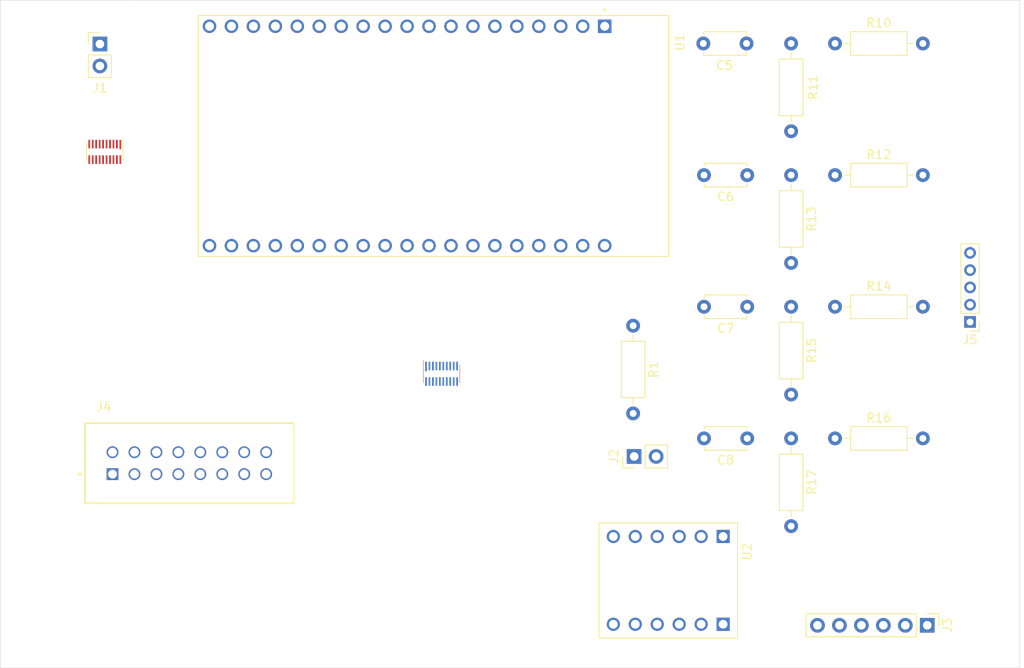
<source format=kicad_pcb>
(kicad_pcb (version 20221018) (generator pcbnew)
  (layers (0 "F.Cu" signal) (31 "B.Cu" signal) (34 "B.Paste" user) (35 "F.Paste" user) (36 "B.SilkS" user "B.Silkscreen") (37 "F.SilkS" user "F.Silkscreen") (38 "B.Mask" user) (39 "F.Mask" user) (44 "Edge.Cuts" user))
  (net 0 "")
  (net 1 "Net-(U1-SENSOR_VP)")
  (net 2 "GND")
  (net 3 "Net-(U1-SENSOR_VN)")
  (net 4 "Net-(U1-IO35)")
  (net 5 "Net-(U1-IO19)")
  (net 6 "+5V")
  (net 7 "Net-(J2-Pin_1)")
  (net 8 "Net-(J3-Pin_2)")
  (net 9 "Net-(J3-Pin_3)")
  (net 10 "Net-(J3-Pin_4)")
  (net 11 "Net-(J3-Pin_5)")
  (net 12 "Net-(J4-OE)")
  (net 13 "Net-(J4-G1)")
  (net 14 "Net-(J4-CLK)")
  (net 15 "Net-(J4-G2)")
  (net 16 "Net-(J4-E)")
  (net 17 "Net-(J4-A)")
  (net 18 "Net-(J4-B)")
  (net 19 "Net-(J4-C)")
  (net 20 "Net-(J4-D)")
  (net 21 "Net-(J4-LAT)")
  (net 22 "+3.3V")
  (net 23 "Net-(J5-Pin_2)")
  (net 24 "Net-(J5-Pin_3)")
  (net 26 "Net-(U1-IO32)")
  (net 27 "Net-(U1-IO33)")
  (net 28 "Net-(U1-IO25)")
  (net 29 "Net-(U1-IO26)")
  (net 30 "Net-(U1-IO27)")
  (net 31 "Net-(U1-IO14)")
  (net 32 "Net-(U1-IO12)")
  (net 33 "Net-(U1-IO13)")
  (net 37 "Net-(U1-IO23)")
  (net 38 "Net-(U1-IO22)")
  (net 41 "Net-(U1-IO21)")
  (net 42 "Net-(U1-IO18)")
  (net 43 "Net-(U1-IO5)")
  (net 44 "Net-(U1-IO17)")
  (net 45 "Net-(U1-IO16)")
  (net 46 "Net-(U1-IO4)")
  (net 48 "Net-(U1-IO2)")
  (net 49 "Net-(U1-IO15)")
  (net 57 "Net-(J4-R1)")
  (net 58 "Net-(J4-B1)")
  (net 59 "Net-(J4-R2)")
  (net 60 "Net-(J4-B2)")
  (net 61 "Net-(J5-Pin_4)")
  (net 62 "Net-(J5-Pin_5)")
  (footprint "Resistor_THT:R_Axial_DIN0207_L6.3mm_D2.5mm_P10.16mm_Horizontal" (layer "F.Cu") (at 121.42 75.03)
    (fp_text reference "R16" (at 5.08 -2.37) (layer "F.SilkS"))
    (fp_text value "47K")
    (fp_line (start 1.04 0) (end 1.81 0) (stroke (width 0.12)) (layer "F.SilkS"))
    (fp_line (start 1.81 -1.37) (end 1.81 1.37) (stroke (width 0.12)) (layer "F.SilkS"))
    (fp_line (start 1.81 1.37) (end 8.35 1.37) (stroke (width 0.12)) (layer "F.SilkS"))
    (fp_line (start 8.35 -1.37) (end 1.81 -1.37) (stroke (width 0.12)) (layer "F.SilkS"))
    (fp_line (start 8.35 1.37) (end 8.35 -1.37) (stroke (width 0.12)) (layer "F.SilkS"))
    (fp_line (start 9.12 0) (end 8.35 0) (stroke (width 0.12)) (layer "F.SilkS"))
    (pad "1" thru_hole circle (at 0 0) (size 1.6 1.6) (drill 0.8) (layers "*.Cu" "*.Mask") (net 5 "Net-(U1-IO19)"))
    (pad "2" thru_hole oval (at 10.16 0) (size 1.6 1.6) (drill 0.8) (layers "*.Cu" "*.Mask") (net 23 "Net-(J5-Pin_2)"))
  )
  (footprint "TSS-108-01-L-D:SAMTEC_TSS-108-01-L-D" (layer "F.Cu") (at 37.83 79.17)
    (fp_text reference "J4" (at -1 -7.79) (layer "F.SilkS"))
    (fp_text value "TSS-108-01-L-D")
    (fp_line (start -3.175 3.365) (end -3.175 -5.905) (stroke (width 0.2)) (layer "F.SilkS"))
    (fp_line (start 20.955 -5.905) (end -3.175 -5.905) (stroke (width 0.2)) (layer "F.SilkS"))
    (fp_line (start 20.955 -5.905) (end 20.955 3.365) (stroke (width 0.2)) (layer "F.SilkS"))
    (fp_line (start 20.955 3.365) (end -3.175 3.365) (stroke (width 0.2)) (layer "F.SilkS"))
    (fp_circle (center -3.825 0) (end -3.725 0) (stroke (width 0.2)) (fill none) (layer "F.SilkS"))
    (pad "01" thru_hole rect (at 0 0) (size 1.37 1.37) (drill 1.02) (layers "*.Cu" "*.Mask") (net 57 "Net-(J4-R1)"))
    (pad "02" thru_hole circle (at 0 -2.54) (size 1.37 1.37) (drill 1.02) (layers "*.Cu" "*.Mask") (net 13 "Net-(J4-G1)"))
    (pad "03" thru_hole circle (at 2.54 0) (size 1.37 1.37) (drill 1.02) (layers "*.Cu" "*.Mask") (net 58 "Net-(J4-B1)"))
    (pad "04" thru_hole circle (at 2.54 -2.54) (size 1.37 1.37) (drill 1.02) (layers "*.Cu" "*.Mask") (net 2 "GND"))
    (pad "05" thru_hole circle (at 5.08 0) (size 1.37 1.37) (drill 1.02) (layers "*.Cu" "*.Mask") (net 59 "Net-(J4-R2)"))
    (pad "06" thru_hole circle (at 5.08 -2.54) (size 1.37 1.37) (drill 1.02) (layers "*.Cu" "*.Mask") (net 15 "Net-(J4-G2)"))
    (pad "07" thru_hole circle (at 7.62 0) (size 1.37 1.37) (drill 1.02) (layers "*.Cu" "*.Mask") (net 60 "Net-(J4-B2)"))
    (pad "08" thru_hole circle (at 7.62 -2.54) (size 1.37 1.37) (drill 1.02) (layers "*.Cu" "*.Mask") (net 16 "Net-(J4-E)"))
    (pad "09" thru_hole circle (at 10.16 0) (size 1.37 1.37) (drill 1.02) (layers "*.Cu" "*.Mask") (net 17 "Net-(J4-A)"))
    (pad "10" thru_hole circle (at 10.16 -2.54) (size 1.37 1.37) (drill 1.02) (layers "*.Cu" "*.Mask") (net 18 "Net-(J4-B)"))
    (pad "11" thru_hole circle (at 12.7 0) (size 1.37 1.37) (drill 1.02) (layers "*.Cu" "*.Mask") (net 19 "Net-(J4-C)"))
    (pad "12" thru_hole circle (at 12.7 -2.54) (size 1.37 1.37) (drill 1.02) (layers "*.Cu" "*.Mask") (net 20 "Net-(J4-D)"))
    (pad "13" thru_hole circle (at 15.24 0) (size 1.37 1.37) (drill 1.02) (layers "*.Cu" "*.Mask") (net 14 "Net-(J4-CLK)"))
    (pad "14" thru_hole circle (at 15.24 -2.54) (size 1.37 1.37) (drill 1.02) (layers "*.Cu" "*.Mask") (net 21 "Net-(J4-LAT)"))
    (pad "15" thru_hole circle (at 17.78 0) (size 1.37 1.37) (drill 1.02) (layers "*.Cu" "*.Mask") (net 12 "Net-(J4-OE)"))
    (pad "16" thru_hole circle (at 17.78 -2.54) (size 1.37 1.37) (drill 1.02) (layers "*.Cu" "*.Mask") (net 2 "GND"))
  )
  (footprint "Connector_PinHeader_2.54mm:PinHeader_1x02_P2.54mm_Vertical" (layer "F.Cu") (at 98.18 77.12 90)
    (fp_text reference "J2" (at 0 -2.33 90) (layer "F.SilkS"))
    (fp_text value "Select Button")
    (fp_line (start -1.33 -1.33) (end 0 -1.33) (stroke (width 0.12)) (layer "F.SilkS"))
    (fp_line (start -1.33 0) (end -1.33 -1.33) (stroke (width 0.12)) (layer "F.SilkS"))
    (fp_line (start -1.33 1.27) (end -1.33 3.87) (stroke (width 0.12)) (layer "F.SilkS"))
    (fp_line (start -1.33 1.27) (end 1.33 1.27) (stroke (width 0.12)) (layer "F.SilkS"))
    (fp_line (start -1.33 3.87) (end 1.33 3.87) (stroke (width 0.12)) (layer "F.SilkS"))
    (fp_line (start 1.33 1.27) (end 1.33 3.87) (stroke (width 0.12)) (layer "F.SilkS"))
    (pad "1" thru_hole rect (at 0 0 90) (size 1.7 1.7) (drill 1) (layers "*.Cu" "*.Mask") (net 7 "Net-(J2-Pin_1)"))
    (pad "2" thru_hole oval (at 0 2.54 90) (size 1.7 1.7) (drill 1) (layers "*.Cu" "*.Mask") (net 2 "GND"))
  )
  (footprint "Connector_PinHeader_2.54mm:PinHeader_1x02_P2.54mm_Vertical" (layer "F.Cu") (at 36.37 29.375)
    (fp_text reference "J1" (at 0 5.08) (layer "F.SilkS"))
    (fp_text value "5V Power In")
    (fp_line (start -1.33 -1.33) (end 0 -1.33) (stroke (width 0.12)) (layer "F.SilkS"))
    (fp_line (start -1.33 0) (end -1.33 -1.33) (stroke (width 0.12)) (layer "F.SilkS"))
    (fp_line (start -1.33 1.27) (end -1.33 3.87) (stroke (width 0.12)) (layer "F.SilkS"))
    (fp_line (start -1.33 1.27) (end 1.33 1.27) (stroke (width 0.12)) (layer "F.SilkS"))
    (fp_line (start -1.33 3.87) (end 1.33 3.87) (stroke (width 0.12)) (layer "F.SilkS"))
    (fp_line (start 1.33 1.27) (end 1.33 3.87) (stroke (width 0.12)) (layer "F.SilkS"))
    (pad "1" thru_hole rect (at 0 0) (size 1.7 1.7) (drill 1) (layers "*.Cu" "*.Mask") (net 2 "GND"))
    (pad "2" thru_hole oval (at 0 2.54) (size 1.7 1.7) (drill 1) (layers "*.Cu" "*.Mask") (net 6 "+5V"))
  )
  (footprint "Connector_PinHeader_2.54mm:PinHeader_1x06_P2.54mm_Vertical" (layer "F.Cu") (at 132.09 96.67 -90)
    (fp_text reference "J3" (at 0 -2.33 90) (layer "F.SilkS"))
    (fp_text value "LCD, Relay, LED Signal")
    (fp_line (start -1.33 -1.33) (end 0 -1.33) (stroke (width 0.12)) (layer "F.SilkS"))
    (fp_line (start -1.33 0) (end -1.33 -1.33) (stroke (width 0.12)) (layer "F.SilkS"))
    (fp_line (start -1.33 1.27) (end -1.33 14.03) (stroke (width 0.12)) (layer "F.SilkS"))
    (fp_line (start -1.33 1.27) (end 1.33 1.27) (stroke (width 0.12)) (layer "F.SilkS"))
    (fp_line (start -1.33 14.03) (end 1.33 14.03) (stroke (width 0.12)) (layer "F.SilkS"))
    (fp_line (start 1.33 1.27) (end 1.33 14.03) (stroke (width 0.12)) (layer "F.SilkS"))
    (pad "1" thru_hole rect (at 0 0 270) (size 1.7 1.7) (drill 1) (layers "*.Cu" "*.Mask") (net 6 "+5V"))
    (pad "2" thru_hole oval (at 0 2.54 270) (size 1.7 1.7) (drill 1) (layers "*.Cu" "*.Mask") (net 8 "Net-(J3-Pin_2)"))
    (pad "3" thru_hole oval (at 0 5.08 270) (size 1.7 1.7) (drill 1) (layers "*.Cu" "*.Mask") (net 9 "Net-(J3-Pin_3)"))
    (pad "4" thru_hole oval (at 0 7.62 270) (size 1.7 1.7) (drill 1) (layers "*.Cu" "*.Mask") (net 10 "Net-(J3-Pin_4)"))
    (pad "5" thru_hole oval (at 0 10.16 270) (size 1.7 1.7) (drill 1) (layers "*.Cu" "*.Mask") (net 11 "Net-(J3-Pin_5)"))
    (pad "6" thru_hole oval (at 0 12.7 270) (size 1.7 1.7) (drill 1) (layers "*.Cu" "*.Mask") (net 2 "GND"))
  )
  (footprint "Resistor_THT:R_Axial_DIN0207_L6.3mm_D2.5mm_P10.16mm_Horizontal" (layer "F.Cu") (at 116.34 29.31 -90)
    (fp_text reference "R11" (at 5.08 -2.54 -270) (layer "F.SilkS"))
    (fp_text value "10K")
    (fp_line (start 1.04 0) (end 1.81 0) (stroke (width 0.12)) (layer "F.SilkS"))
    (fp_line (start 1.81 -1.37) (end 1.81 1.37) (stroke (width 0.12)) (layer "F.SilkS"))
    (fp_line (start 1.81 1.37) (end 8.35 1.37) (stroke (width 0.12)) (layer "F.SilkS"))
    (fp_line (start 8.35 -1.37) (end 1.81 -1.37) (stroke (width 0.12)) (layer "F.SilkS"))
    (fp_line (start 8.35 1.37) (end 8.35 -1.37) (stroke (width 0.12)) (layer "F.SilkS"))
    (fp_line (start 9.12 0) (end 8.35 0) (stroke (width 0.12)) (layer "F.SilkS"))
    (pad "1" thru_hole circle (at 0 0 270) (size 1.6 1.6) (drill 0.8) (layers "*.Cu" "*.Mask") (net 1 "Net-(U1-SENSOR_VP)"))
    (pad "2" thru_hole oval (at 10.16 0 270) (size 1.6 1.6) (drill 0.8) (layers "*.Cu" "*.Mask") (net 2 "GND"))
  )
  (footprint "Connector_PinHeader_2.00mm:PinHeader_1x05_P2.00mm_Vertical" (layer "F.Cu") (at 137.04 61.55 180)
    (fp_text reference "J5" (at 0 -2.06) (layer "F.SilkS"))
    (fp_text value "Conn_01x05_Pin")
    (fp_line (start -1.06 -1.06) (end 0 -1.06) (stroke (width 0.12)) (layer "F.SilkS"))
    (fp_line (start -1.06 0) (end -1.06 -1.06) (stroke (width 0.12)) (layer "F.SilkS"))
    (fp_line (start -1.06 1) (end -1.06 9.06) (stroke (width 0.12)) (layer "F.SilkS"))
    (fp_line (start -1.06 1) (end 1.06 1) (stroke (width 0.12)) (layer "F.SilkS"))
    (fp_line (start -1.06 9.06) (end 1.06 9.06) (stroke (width 0.12)) (layer "F.SilkS"))
    (fp_line (start 1.06 1) (end 1.06 9.06) (stroke (width 0.12)) (layer "F.SilkS"))
    (pad "1" thru_hole rect (at 0 0 180) (size 1.35 1.35) (drill 0.8) (layers "*.Cu" "*.Mask") (net 2 "GND"))
    (pad "2" thru_hole oval (at 0 2 180) (size 1.35 1.35) (drill 0.8) (layers "*.Cu" "*.Mask") (net 23 "Net-(J5-Pin_2)"))
    (pad "3" thru_hole oval (at 0 4 180) (size 1.35 1.35) (drill 0.8) (layers "*.Cu" "*.Mask") (net 24 "Net-(J5-Pin_3)"))
    (pad "4" thru_hole oval (at 0 6 180) (size 1.35 1.35) (drill 0.8) (layers "*.Cu" "*.Mask") (net 61 "Net-(J5-Pin_4)"))
    (pad "5" thru_hole oval (at 0 8 180) (size 1.35 1.35) (drill 0.8) (layers "*.Cu" "*.Mask") (net 62 "Net-(J5-Pin_5)"))
  )
  (footprint "ESP32-DEVKITC-32D:MODULE_ESP32-DEVKITC-32D" (layer "F.Cu") (at 75.01 40.0175 -90)
    (fp_text reference "U1" (at -10.829175 -28.446045 90) (layer "F.SilkS") (effects (font (size 1.000386 1.000386))))
    (fp_text value "ESP32-DEVKITC-32D")
    (fp_line (start -13.95 -27.15) (end 13.95 -27.15) (stroke (width 0.127)) (layer "F.SilkS"))
    (fp_line (start -13.95 27.25) (end -13.95 -27.15) (stroke (width 0.127)) (layer "F.SilkS"))
    (fp_line (start 13.95 -27.15) (end 13.95 27.25) (stroke (width 0.127)) (layer "F.SilkS"))
    (fp_line (start 13.95 27.25) (end -13.95 27.25) (stroke (width 0.127)) (layer "F.SilkS"))
    (fp_circle (center -14.6 -19.76) (end -14.5 -19.76) (stroke (width 0.2)) (fill none) (layer "F.SilkS"))
    (pad "J2-1" thru_hole rect (at -12.7 -19.76 270) (size 1.56 1.56) (drill 1.04) (layers "*.Cu" "*.Mask") (net 22 "+3.3V"))
    (pad "J2-2" thru_hole circle (at -12.7 -17.22 270) (size 1.56 1.56) (drill 1.04) (layers "*.Cu" "*.Mask"))
    (pad "J2-3" thru_hole circle (at -12.7 -14.68 270) (size 1.56 1.56) (drill 1.04) (layers "*.Cu" "*.Mask") (net 1 "Net-(U1-SENSOR_VP)"))
    (pad "J2-4" thru_hole circle (at -12.7 -12.14 270) (size 1.56 1.56) (drill 1.04) (layers "*.Cu" "*.Mask") (net 3 "Net-(U1-SENSOR_VN)"))
    (pad "J2-5" thru_hole circle (at -12.7 -9.6 270) (size 1.56 1.56) (drill 1.04) (layers "*.Cu" "*.Mask") (net 7 "Net-(J2-Pin_1)"))
    (pad "J2-6" thru_hole circle (at -12.7 -7.06 270) (size 1.56 1.56) (drill 1.04) (layers "*.Cu" "*.Mask") (net 4 "Net-(U1-IO35)"))
    (pad "J2-7" thru_hole circle (at -12.7 -4.52 270) (size 1.56 1.56) (drill 1.04) (layers "*.Cu" "*.Mask") (net 26 "Net-(U1-IO32)"))
    (pad "J2-8" thru_hole circle (at -12.7 -1.98 270) (size 1.56 1.56) (drill 1.04) (layers "*.Cu" "*.Mask") (net 27 "Net-(U1-IO33)"))
    (pad "J2-9" thru_hole circle (at -12.7 0.56 270) (size 1.56 1.56) (drill 1.04) (layers "*.Cu" "*.Mask") (net 28 "Net-(U1-IO25)"))
    (pad "J2-10" thru_hole circle (at -12.7 3.1 270) (size 1.56 1.56) (drill 1.04) (layers "*.Cu" "*.Mask") (net 29 "Net-(U1-IO26)"))
    (pad "J2-11" thru_hole circle (at -12.7 5.64 270) (size 1.56 1.56) (drill 1.04) (layers "*.Cu" "*.Mask") (net 30 "Net-(U1-IO27)"))
    (pad "J2-12" thru_hole circle (at -12.7 8.18 270) (size 1.56 1.56) (drill 1.04) (layers "*.Cu" "*.Mask") (net 31 "Net-(U1-IO14)"))
    (pad "J2-13" thru_hole circle (at -12.7 10.72 270) (size 1.56 1.56) (drill 1.04) (layers "*.Cu" "*.Mask") (net 32 "Net-(U1-IO12)"))
    (pad "J2-14" thru_hole circle (at -12.7 13.26 270) (size 1.56 1.56) (drill 1.04) (layers "*.Cu" "*.Mask") (net 2 "GND"))
    (pad "J2-15" thru_hole circle (at -12.7 15.8 270) (size 1.56 1.56) (drill 1.04) (layers "*.Cu" "*.Mask") (net 33 "Net-(U1-IO13)"))
    (pad "J2-16" thru_hole circle (at -12.7 18.34 270) (size 1.56 1.56) (drill 1.04) (layers "*.Cu" "*.Mask"))
    (pad "J2-17" thru_hole circle (at -12.7 20.88 270) (size 1.56 1.56) (drill 1.04) (layers "*.Cu" "*.Mask"))
    (pad "J2-18" thru_hole circle (at -12.7 23.42 270) (size 1.56 1.56) (drill 1.04) (layers "*.Cu" "*.Mask"))
    (pad "J2-19" thru_hole circle (at -12.7 25.96 270) (size 1.56 1.56) (drill 1.04) (layers "*.Cu" "*.Mask") (net 6 "+5V"))
    (pad "J3-1" thru_hole circle (at 12.7 -19.76 270) (size 1.56 1.56) (drill 1.04) (layers "*.Cu" "*.Mask") (net 2 "GND"))
    (pad "J3-2" thru_hole circle (at 12.7 -17.22 270) (size 1.56 1.56) (drill 1.04) (layers "*.Cu" "*.Mask") (net 37 "Net-(U1-IO23)"))
    (pad "J3-3" thru_hole circle (at 12.7 -14.68 270) (size 1.56 1.56) (drill 1.04) (layers "*.Cu" "*.Mask") (net 38 "Net-(U1-IO22)"))
    (pad "J3-4" thru_hole circle (at 12.7 -12.14 270) (size 1.56 1.56) (drill 1.04) (layers "*.Cu" "*.Mask"))
    (pad "J3-5" thru_hole circle (at 12.7 -9.6 270) (size 1.56 1.56) (drill 1.04) (layers "*.Cu" "*.Mask"))
    (pad "J3-6" thru_hole circle (at 12.7 -7.06 270) (size 1.56 1.56) (drill 1.04) (layers "*.Cu" "*.Mask") (net 41 "Net-(U1-IO21)"))
    (pad "J3-7" thru_hole circle (at 12.7 -4.52 270) (size 1.56 1.56) (drill 1.04) (layers "*.Cu" "*.Mask") (net 2 "GND"))
    (pad "J3-8" thru_hole circle (at 12.7 -1.98 270) (size 1.56 1.56) (drill 1.04) (layers "*.Cu" "*.Mask") (net 5 "Net-(U1-IO19)"))
    (pad "J3-9" thru_hole circle (at 12.7 0.56 270) (size 1.56 1.56) (drill 1.04) (layers "*.Cu" "*.Mask") (net 42 "Net-(U1-IO18)"))
    (pad "J3-10" thru_hole circle (at 12.7 3.1 270) (size 1.56 1.56) (drill 1.04) (layers "*.Cu" "*.Mask") (net 43 "Net-(U1-IO5)"))
    (pad "J3-11" thru_hole circle (at 12.7 5.64 270) (size 1.56 1.56) (drill 1.04) (layers "*.Cu" "*.Mask") (net 44 "Net-(U1-IO17)"))
    (pad "J3-12" thru_hole circle (at 12.7 8.18 270) (size 1.56 1.56) (drill 1.04) (layers "*.Cu" "*.Mask") (net 45 "Net-(U1-IO16)"))
    (pad "J3-13" thru_hole circle (at 12.7 10.72 270) (size 1.56 1.56) (drill 1.04) (layers "*.Cu" "*.Mask") (net 46 "Net-(U1-IO4)"))
    (pad "J3-14" thru_hole circle (at 12.7 13.26 270) (size 1.56 1.56) (drill 1.04) (layers "*.Cu" "*.Mask"))
    (pad "J3-15" thru_hole circle (at 12.7 15.8 270) (size 1.56 1.56) (drill 1.04) (layers "*.Cu" "*.Mask") (net 48 "Net-(U1-IO2)"))
    (pad "J3-16" thru_hole circle (at 12.7 18.34 270) (size 1.56 1.56) (drill 1.04) (layers "*.Cu" "*.Mask") (net 49 "Net-(U1-IO15)"))
    (pad "J3-17" thru_hole circle (at 12.7 20.88 270) (size 1.56 1.56) (drill 1.04) (layers "*.Cu" "*.Mask"))
    (pad "J3-18" thru_hole circle (at 12.7 23.42 270) (size 1.56 1.56) (drill 1.04) (layers "*.Cu" "*.Mask"))
    (pad "J3-19" thru_hole circle (at 12.7 25.96 270) (size 1.56 1.56) (drill 1.04) (layers "*.Cu" "*.Mask"))
  )
  (footprint "Capacitor_THT:C_Disc_D4.7mm_W2.5mm_P5.00mm" (layer "F.Cu") (at 111.26 59.79 180)
    (fp_text reference "C7" (at 2.5 -2.5) (layer "F.SilkS"))
    (fp_text value "22pF")
    (fp_line (start 0.03 -1.37) (end 0.03 -1.055) (stroke (width 0.12)) (layer "F.SilkS"))
    (fp_line (start 0.03 -1.37) (end 4.97 -1.37) (stroke (width 0.12)) (layer "F.SilkS"))
    (fp_line (start 0.03 1.055) (end 0.03 1.37) (stroke (width 0.12)) (layer "F.SilkS"))
    (fp_line (start 0.03 1.37) (end 4.97 1.37) (stroke (width 0.12)) (layer "F.SilkS"))
    (fp_line (start 4.97 -1.37) (end 4.97 -1.055) (stroke (width 0.12)) (layer "F.SilkS"))
    (fp_line (start 4.97 1.055) (end 4.97 1.37) (stroke (width 0.12)) (layer "F.SilkS"))
    (pad "1" thru_hole circle (at 0 0 180) (size 1.6 1.6) (drill 0.8) (layers "*.Cu" "*.Mask") (net 4 "Net-(U1-IO35)"))
    (pad "2" thru_hole circle (at 5 0 180) (size 1.6 1.6) (drill 0.8) (layers "*.Cu" "*.Mask") (net 2 "GND"))
  )
  (footprint "BOB-12009:CONV_BOB-12009" (layer "F.Cu") (at 102.12 91.47 -90)
    (fp_text reference "U2" (at -3.325 -9.135 -90) (layer "F.SilkS"))
    (fp_text value "BOB-12009")
    (fp_line (start -6.665 -8.025) (end 6.665 -8.025) (stroke (width 0.127)) (layer "F.SilkS"))
    (fp_line (start -6.665 8.025) (end -6.665 -8.025) (stroke (width 0.127)) (layer "F.SilkS"))
    (fp_line (start 6.665 -8.025) (end 6.665 8.025) (stroke (width 0.127)) (layer "F.SilkS"))
    (fp_line (start 6.665 8.025) (end -6.665 8.025) (stroke (width 0.127)) (layer "F.SilkS"))
    (pad "GND_1" thru_hole circle (at 5.08 1.27 270) (size 1.524 1.524) (drill 1.016) (layers "*.Cu" "*.Mask") (net 2 "GND"))
    (pad "GND_2" thru_hole circle (at -5.08 1.27 270) (size 1.524 1.524) (drill 1.016) (layers "*.Cu" "*.Mask") (net 2 "GND"))
    (pad "HV" thru_hole circle (at 5.08 -1.27 270) (size 1.524 1.524) (drill 1.016) (layers "*.Cu" "*.Mask") (net 6 "+5V"))
    (pad "HV1" thru_hole rect (at 5.08 -6.35 270) (size 1.524 1.524) (drill 1.016) (layers "*.Cu" "*.Mask") (net 8 "Net-(J3-Pin_2)"))
    (pad "HV2" thru_hole circle (at 5.08 -3.81 270) (size 1.524 1.524) (drill 1.016) (layers "*.Cu" "*.Mask") (net 9 "Net-(J3-Pin_3)"))
    (pad "HV3" thru_hole circle (at 5.08 3.81 270) (size 1.524 1.524) (drill 1.016) (layers "*.Cu" "*.Mask") (net 10 "Net-(J3-Pin_4)"))
    (pad "HV4" thru_hole circle (at 5.08 6.35 270) (size 1.524 1.524) (drill 1.016) (layers "*.Cu" "*.Mask") (net 11 "Net-(J3-Pin_5)"))
    (pad "LV" thru_hole circle (at -5.08 -1.27 270) (size 1.524 1.524) (drill 1.016) (layers "*.Cu" "*.Mask") (net 22 "+3.3V"))
    (pad "LV1" thru_hole rect (at -5.08 -6.35 270) (size 1.524 1.524) (drill 1.016) (layers "*.Cu" "*.Mask") (net 42 "Net-(U1-IO18)"))
    (pad "LV2" thru_hole circle (at -5.08 -3.81 270) (size 1.524 1.524) (drill 1.016) (layers "*.Cu" "*.Mask") (net 37 "Net-(U1-IO23)"))
    (pad "LV3" thru_hole circle (at -5.08 3.81 270) (size 1.524 1.524) (drill 1.016) (layers "*.Cu" "*.Mask") (net 38 "Net-(U1-IO22)"))
    (pad "LV4" thru_hole circle (at -5.08 6.35 270) (size 1.524 1.524) (drill 1.016) (layers "*.Cu" "*.Mask") (net 41 "Net-(U1-IO21)"))
  )
  (footprint "Resistor_THT:R_Axial_DIN0207_L6.3mm_D2.5mm_P10.16mm_Horizontal" (layer "F.Cu") (at 116.34 44.55 -90)
    (fp_text reference "R13" (at 5.08 -2.37 90) (layer "F.SilkS"))
    (fp_text value "10K")
    (fp_line (start 1.04 0) (end 1.81 0) (stroke (width 0.12)) (layer "F.SilkS"))
    (fp_line (start 1.81 -1.37) (end 1.81 1.37) (stroke (width 0.12)) (layer "F.SilkS"))
    (fp_line (start 1.81 1.37) (end 8.35 1.37) (stroke (width 0.12)) (layer "F.SilkS"))
    (fp_line (start 8.35 -1.37) (end 1.81 -1.37) (stroke (width 0.12)) (layer "F.SilkS"))
    (fp_line (start 8.35 1.37) (end 8.35 -1.37) (stroke (width 0.12)) (layer "F.SilkS"))
    (fp_line (start 9.12 0) (end 8.35 0) (stroke (width 0.12)) (layer "F.SilkS"))
    (pad "1" thru_hole circle (at 0 0 270) (size 1.6 1.6) (drill 0.8) (layers "*.Cu" "*.Mask") (net 3 "Net-(U1-SENSOR_VN)"))
    (pad "2" thru_hole oval (at 10.16 0 270) (size 1.6 1.6) (drill 0.8) (layers "*.Cu" "*.Mask") (net 2 "GND"))
  )
  (footprint "Capacitor_THT:C_Disc_D4.7mm_W2.5mm_P5.00mm" (layer "F.Cu") (at 111.26 75.03 180)
    (fp_text reference "C8" (at 2.5 -2.5) (layer "F.SilkS"))
    (fp_text value "22pF")
    (fp_line (start 0.03 -1.37) (end 0.03 -1.055) (stroke (width 0.12)) (layer "F.SilkS"))
    (fp_line (start 0.03 -1.37) (end 4.97 -1.37) (stroke (width 0.12)) (layer "F.SilkS"))
    (fp_line (start 0.03 1.055) (end 0.03 1.37) (stroke (width 0.12)) (layer "F.SilkS"))
    (fp_line (start 0.03 1.37) (end 4.97 1.37) (stroke (width 0.12)) (layer "F.SilkS"))
    (fp_line (start 4.97 -1.37) (end 4.97 -1.055) (stroke (width 0.12)) (layer "F.SilkS"))
    (fp_line (start 4.97 1.055) (end 4.97 1.37) (stroke (width 0.12)) (layer "F.SilkS"))
    (pad "1" thru_hole circle (at 0 0 180) (size 1.6 1.6) (drill 0.8) (layers "*.Cu" "*.Mask") (net 5 "Net-(U1-IO19)"))
    (pad "2" thru_hole circle (at 5 0 180) (size 1.6 1.6) (drill 0.8) (layers "*.Cu" "*.Mask") (net 2 "GND"))
  )
  (footprint "Capacitor_THT:C_Disc_D4.7mm_W2.5mm_P5.00mm" (layer "F.Cu") (at 111.18 29.31 180)
    (fp_text reference "C5" (at 2.54 -2.54) (layer "F.SilkS"))
    (fp_text value "22pF")
    (fp_line (start 0.03 -1.37) (end 0.03 -1.055) (stroke (width 0.12)) (layer "F.SilkS"))
    (fp_line (start 0.03 -1.37) (end 4.97 -1.37) (stroke (width 0.12)) (layer "F.SilkS"))
    (fp_line (start 0.03 1.055) (end 0.03 1.37) (stroke (width 0.12)) (layer "F.SilkS"))
    (fp_line (start 0.03 1.37) (end 4.97 1.37) (stroke (width 0.12)) (layer "F.SilkS"))
    (fp_line (start 4.97 -1.37) (end 4.97 -1.055) (stroke (width 0.12)) (layer "F.SilkS"))
    (fp_line (start 4.97 1.055) (end 4.97 1.37) (stroke (width 0.12)) (layer "F.SilkS"))
    (pad "1" thru_hole circle (at 0 0 180) (size 1.6 1.6) (drill 0.8) (layers "*.Cu" "*.Mask") (net 1 "Net-(U1-SENSOR_VP)"))
    (pad "2" thru_hole circle (at 5 0 180) (size 1.6 1.6) (drill 0.8) (layers "*.Cu" "*.Mask") (net 2 "GND"))
  )
  (footprint "Resistor_THT:R_Axial_DIN0207_L6.3mm_D2.5mm_P10.16mm_Horizontal" (layer "F.Cu") (at 116.34 75.03 -90)
    (fp_text reference "R17" (at 5.08 -2.37 90) (layer "F.SilkS"))
    (fp_text value "10K")
    (fp_line (start 1.04 0) (end 1.81 0) (stroke (width 0.12)) (layer "F.SilkS"))
    (fp_line (start 1.81 -1.37) (end 1.81 1.37) (stroke (width 0.12)) (layer "F.SilkS"))
    (fp_line (start 1.81 1.37) (end 8.35 1.37) (stroke (width 0.12)) (layer "F.SilkS"))
    (fp_line (start 8.35 -1.37) (end 1.81 -1.37) (stroke (width 0.12)) (layer "F.SilkS"))
    (fp_line (start 8.35 1.37) (end 8.35 -1.37) (stroke (width 0.12)) (layer "F.SilkS"))
    (fp_line (start 9.12 0) (end 8.35 0) (stroke (width 0.12)) (layer "F.SilkS"))
    (pad "1" thru_hole circle (at 0 0 270) (size 1.6 1.6) (drill 0.8) (layers "*.Cu" "*.Mask") (net 5 "Net-(U1-IO19)"))
    (pad "2" thru_hole oval (at 10.16 0 270) (size 1.6 1.6) (drill 0.8) (layers "*.Cu" "*.Mask") (net 2 "GND"))
  )
  (footprint "Resistor_THT:R_Axial_DIN0207_L6.3mm_D2.5mm_P10.16mm_Horizontal" (layer "F.Cu") (at 116.34 59.79 -90)
    (fp_text reference "R15" (at 5.08 -2.37 90) (layer "F.SilkS"))
    (fp_text value "10K")
    (fp_line (start 1.04 0) (end 1.81 0) (stroke (width 0.12)) (layer "F.SilkS"))
    (fp_line (start 1.81 -1.37) (end 1.81 1.37) (stroke (width 0.12)) (layer "F.SilkS"))
    (fp_line (start 1.81 1.37) (end 8.35 1.37) (stroke (width 0.12)) (layer "F.SilkS"))
    (fp_line (start 8.35 -1.37) (end 1.81 -1.37) (stroke (width 0.12)) (layer "F.SilkS"))
    (fp_line (start 8.35 1.37) (end 8.35 -1.37) (stroke (width 0.12)) (layer "F.SilkS"))
    (fp_line (start 9.12 0) (end 8.35 0) (stroke (width 0.12)) (layer "F.SilkS"))
    (pad "1" thru_hole circle (at 0 0 270) (size 1.6 1.6) (drill 0.8) (layers "*.Cu" "*.Mask") (net 4 "Net-(U1-IO35)"))
    (pad "2" thru_hole oval (at 10.16 0 270) (size 1.6 1.6) (drill 0.8) (layers "*.Cu" "*.Mask") (net 2 "GND"))
  )
  (footprint "Capacitor_THT:C_Disc_D4.7mm_W2.5mm_P5.00mm" (layer "F.Cu") (at 111.26 44.55 180)
    (fp_text reference "C6" (at 2.5 -2.5) (layer "F.SilkS"))
    (fp_text value "22pF")
    (fp_line (start 0.03 -1.37) (end 0.03 -1.055) (stroke (width 0.12)) (layer "F.SilkS"))
    (fp_line (start 0.03 -1.37) (end 4.97 -1.37) (stroke (width 0.12)) (layer "F.SilkS"))
    (fp_line (start 0.03 1.055) (end 0.03 1.37) (stroke (width 0.12)) (layer "F.SilkS"))
    (fp_line (start 0.03 1.37) (end 4.97 1.37) (stroke (width 0.12)) (layer "F.SilkS"))
    (fp_line (start 4.97 -1.37) (end 4.97 -1.055) (stroke (width 0.12)) (layer "F.SilkS"))
    (fp_line (start 4.97 1.055) (end 4.97 1.37) (stroke (width 0.12)) (layer "F.SilkS"))
    (pad "1" thru_hole circle (at 0 0 180) (size 1.6 1.6) (drill 0.8) (layers "*.Cu" "*.Mask") (net 3 "Net-(U1-SENSOR_VN)"))
    (pad "2" thru_hole circle (at 5 0 180) (size 1.6 1.6) (drill 0.8) (layers "*.Cu" "*.Mask") (net 2 "GND"))
  )
  (footprint "Resistor_THT:R_Axial_DIN0207_L6.3mm_D2.5mm_P10.16mm_Horizontal" (layer "F.Cu") (at 98.06 61.98 -90)
    (fp_text reference "R1" (at 5.08 -2.37 90) (layer "F.SilkS"))
    (fp_text value "1M")
    (fp_line (start 1.04 0) (end 1.81 0) (stroke (width 0.12)) (layer "F.SilkS"))
    (fp_line (start 1.81 -1.37) (end 1.81 1.37) (stroke (width 0.12)) (layer "F.SilkS"))
    (fp_line (start 1.81 1.37) (end 8.35 1.37) (stroke (width 0.12)) (layer "F.SilkS"))
    (fp_line (start 8.35 -1.37) (end 1.81 -1.37) (stroke (width 0.12)) (layer "F.SilkS"))
    (fp_line (start 8.35 1.37) (end 8.35 -1.37) (stroke (width 0.12)) (layer "F.SilkS"))
    (fp_line (start 9.12 0) (end 8.35 0) (stroke (width 0.12)) (layer "F.SilkS"))
    (pad "1" thru_hole circle (at 0 0 270) (size 1.6 1.6) (drill 0.8) (layers "*.Cu" "*.Mask") (net 22 "+3.3V"))
    (pad "2" thru_hole oval (at 10.16 0 270) (size 1.6 1.6) (drill 0.8) (layers "*.Cu" "*.Mask") (net 7 "Net-(J2-Pin_1)"))
  )
  (footprint "Resistor_THT:R_Axial_DIN0207_L6.3mm_D2.5mm_P10.16mm_Horizontal" (layer "F.Cu") (at 121.42 59.79)
    (fp_text reference "R14" (at 5.08 -2.37) (layer "F.SilkS"))
    (fp_text value "47K")
    (fp_line (start 1.04 0) (end 1.81 0) (stroke (width 0.12)) (layer "F.SilkS"))
    (fp_line (start 1.81 -1.37) (end 1.81 1.37) (stroke (width 0.12)) (layer "F.SilkS"))
    (fp_line (start 1.81 1.37) (end 8.35 1.37) (stroke (width 0.12)) (layer "F.SilkS"))
    (fp_line (start 8.35 -1.37) (end 1.81 -1.37) (stroke (width 0.12)) (layer "F.SilkS"))
    (fp_line (start 8.35 1.37) (end 8.35 -1.37) (stroke (width 0.12)) (layer "F.SilkS"))
    (fp_line (start 9.12 0) (end 8.35 0) (stroke (width 0.12)) (layer "F.SilkS"))
    (pad "1" thru_hole circle (at 0 0) (size 1.6 1.6) (drill 0.8) (layers "*.Cu" "*.Mask") (net 4 "Net-(U1-IO35)"))
    (pad "2" thru_hole oval (at 10.16 0) (size 1.6 1.6) (drill 0.8) (layers "*.Cu" "*.Mask") (net 24 "Net-(J5-Pin_3)"))
  )
  (footprint "Resistor_THT:R_Axial_DIN0207_L6.3mm_D2.5mm_P10.16mm_Horizontal" (layer "F.Cu") (at 121.42 44.55)
    (fp_text reference "R12" (at 5.08 -2.37) (layer "F.SilkS"))
    (fp_text value "47K")
    (fp_line (start 1.04 0) (end 1.81 0) (stroke (width 0.12)) (layer "F.SilkS"))
    (fp_line (start 1.81 -1.37) (end 1.81 1.37) (stroke (width 0.12)) (layer "F.SilkS"))
    (fp_line (start 1.81 1.37) (end 8.35 1.37) (stroke (width 0.12)) (layer "F.SilkS"))
    (fp_line (start 8.35 -1.37) (end 1.81 -1.37) (stroke (width 0.12)) (layer "F.SilkS"))
    (fp_line (start 8.35 1.37) (end 8.35 -1.37) (stroke (width 0.12)) (layer "F.SilkS"))
    (fp_line (start 9.12 0) (end 8.35 0) (stroke (width 0.12)) (layer "F.SilkS"))
    (pad "1" thru_hole circle (at 0 0) (size 1.6 1.6) (drill 0.8) (layers "*.Cu" "*.Mask") (net 3 "Net-(U1-SENSOR_VN)"))
    (pad "2" thru_hole oval (at 10.16 0) (size 1.6 1.6) (drill 0.8) (layers "*.Cu" "*.Mask") (net 61 "Net-(J5-Pin_4)"))
  )
  (footprint "Package_SON:USON-20_2x4mm_P0.4mm" (layer "F.Cu") (at 36.94 41.86 -90)
    (fp_text reference "U3" hide)
    (fp_text value "TXB0108DQSR")
    (fp_line (start 1 -2.1) (end -1.5 -2.1) (stroke (width 0.12)) (layer "F.SilkS"))
    (fp_line (start 1 2.1) (end -1 2.1) (stroke (width 0.12)) (layer "F.SilkS"))
    (pad "1" smd rect (at -0.85 -1.8 180) (size 0.2 1.1) (layers "F.Cu" "F.Paste" "F.Mask") (net 26 "Net-(U1-IO32)"))
    (pad "2" smd rect (at -0.9 -1.4 180) (size 0.2 1) (layers "F.Cu" "F.Paste" "F.Mask") (net 27 "Net-(U1-IO33)"))
    (pad "3" smd rect (at -0.9 -1 180) (size 0.2 1) (layers "F.Cu" "F.Paste" "F.Mask") (net 28 "Net-(U1-IO25)"))
    (pad "4" smd rect (at -0.9 -0.6 180) (size 0.2 1) (layers "F.Cu" "F.Paste" "F.Mask") (net 29 "Net-(U1-IO26)"))
    (pad "5" smd rect (at -0.9 -0.2 180) (size 0.2 1) (layers "F.Cu" "F.Paste" "F.Mask") (net 22 "+3.3V"))
    (pad "6" smd rect (at -0.9 0.2 180) (size 0.2 1) (layers "F.Cu" "F.Paste" "F.Mask") (net 2 "GND"))
    (pad "7" smd rect (at -0.9 0.6 180) (size 0.2 1) (layers "F.Cu" "F.Paste" "F.Mask") (net 30 "Net-(U1-IO27)"))
    (pad "8" smd rect (at -0.9 1 180) (size 0.2 1) (layers "F.Cu" "F.Paste" "F.Mask") (net 31 "Net-(U1-IO14)"))
    (pad "9" smd rect (at -0.9 1.4 180) (size 0.2 1) (layers "F.Cu" "F.Paste" "F.Mask") (net 32 "Net-(U1-IO12)"))
    (pad "10" smd rect (at -0.9 1.8 180) (size 0.2 1) (layers "F.Cu" "F.Paste" "F.Mask") (net 33 "Net-(U1-IO13)"))
    (pad "11" smd rect (at 0.9 1.8 180) (size 0.2 1) (layers "F.Cu" "F.Paste" "F.Mask") (net 57 "Net-(J4-R1)"))
    (pad "12" smd rect (at 0.9 1.4 180) (size 0.2 1) (layers "F.Cu" "F.Paste" "F.Mask") (net 58 "Net-(J4-B1)"))
    (pad "13" smd rect (at 0.9 1 180) (size 0.2 1) (layers "F.Cu" "F.Paste" "F.Mask") (net 59 "Net-(J4-R2)"))
    (pad "14" smd rect (at 0.9 0.6 180) (size 0.2 1) (layers "F.Cu" "F.Paste" "F.Mask") (net 60 "Net-(J4-B2)"))
    (pad "15" smd rect (at 0.9 0.2 180) (size 0.2 1) (layers "F.Cu" "F.Paste" "F.Mask") (net 2 "GND"))
    (pad "16" smd rect (at 0.9 -0.2 180) (size 0.2 1) (layers "F.Cu" "F.Paste" "F.Mask") (net 6 "+5V"))
    (pad "17" smd rect (at 0.9 -0.6 180) (size 0.2 1) (layers "F.Cu" "F.Paste" "F.Mask") (net 17 "Net-(J4-A)"))
    (pad "18" smd rect (at 0.9 -1 180) (size 0.2 1) (layers "F.Cu" "F.Paste" "F.Mask") (net 19 "Net-(J4-C)"))
    (pad "19" smd rect (at 0.9 -1.4 180) (size 0.2 1) (layers "F.Cu" "F.Paste" "F.Mask") (net 14 "Net-(J4-CLK)"))
    (pad "20" smd rect (at 0.9 -1.8 180) (size 0.2 1) (layers "F.Cu" "F.Paste" "F.Mask") (net 12 "Net-(J4-OE)"))
  )
  (footprint "Resistor_THT:R_Axial_DIN0207_L6.3mm_D2.5mm_P10.16mm_Horizontal" (layer "F.Cu") (at 121.42 29.31)
    (fp_text reference "R10" (at 5.08 -2.37) (layer "F.SilkS"))
    (fp_text value "47K")
    (fp_line (start 1.04 0) (end 1.81 0) (stroke (width 0.12)) (layer "F.SilkS"))
    (fp_line (start 1.81 -1.37) (end 1.81 1.37) (stroke (width 0.12)) (layer "F.SilkS"))
    (fp_line (start 1.81 1.37) (end 8.35 1.37) (stroke (width 0.12)) (layer "F.SilkS"))
    (fp_line (start 8.35 -1.37) (end 1.81 -1.37) (stroke (width 0.12)) (layer "F.SilkS"))
    (fp_line (start 8.35 1.37) (end 8.35 -1.37) (stroke (width 0.12)) (layer "F.SilkS"))
    (fp_line (start 9.12 0) (end 8.35 0) (stroke (width 0.12)) (layer "F.SilkS"))
    (pad "1" thru_hole circle (at 0 0) (size 1.6 1.6) (drill 0.8) (layers "*.Cu" "*.Mask") (net 1 "Net-(U1-SENSOR_VP)"))
    (pad "2" thru_hole oval (at 10.16 0) (size 1.6 1.6) (drill 0.8) (layers "*.Cu" "*.Mask") (net 62 "Net-(J5-Pin_5)"))
  )
  (footprint "Package_SON:USON-20_2x4mm_P0.4mm" (layer "B.Cu") (at 75.9 67.55 -90)
    (fp_text reference "U4" hide)
    (fp_text value "TXB0108DQSR")
    (fp_line (start 1 -2.1) (end -1 -2.1) (stroke (width 0.12)) (layer "B.SilkS"))
    (fp_line (start 1 2.1) (end -1.5 2.1) (stroke (width 0.12)) (layer "B.SilkS"))
    (pad "1" smd rect (at -0.85 1.8) (size 0.2 1.1) (layers "B.Cu" "B.Paste" "B.Mask") (net 49 "Net-(U1-IO15)"))
    (pad "2" smd rect (at -0.9 1.4) (size 0.2 1) (layers "B.Cu" "B.Paste" "B.Mask") (net 48 "Net-(U1-IO2)"))
    (pad "3" smd rect (at -0.9 1) (size 0.2 1) (layers "B.Cu" "B.Paste" "B.Mask") (net 46 "Net-(U1-IO4)"))
    (pad "4" smd rect (at -0.9 0.6) (size 0.2 1) (layers "B.Cu" "B.Paste" "B.Mask") (net 45 "Net-(U1-IO16)"))
    (pad "5" smd rect (at -0.9 0.2) (size 0.2 1) (layers "B.Cu" "B.Paste" "B.Mask") (net 22 "+3.3V"))
    (pad "6" smd rect (at -0.9 -0.2) (size 0.2 1) (layers "B.Cu" "B.Paste" "B.Mask") (net 2 "GND"))
    (pad "7" smd rect (at -0.9 -0.6) (size 0.2 1) (layers "B.Cu" "B.Paste" "B.Mask") (net 44 "Net-(U1-IO17)"))
    (pad "8" smd rect (at -0.9 -1) (size 0.2 1) (layers "B.Cu" "B.Paste" "B.Mask") (net 43 "Net-(U1-IO5)"))
    (pad "9" smd rect (at -0.9 -1.4) (size 0.2 1) (layers "B.Cu" "B.Paste" "B.Mask"))
    (pad "10" smd rect (at -0.9 -1.8) (size 0.2 1) (layers "B.Cu" "B.Paste" "B.Mask"))
    (pad "11" smd rect (at 0.9 -1.8) (size 0.2 1) (layers "B.Cu" "B.Paste" "B.Mask"))
    (pad "12" smd rect (at 0.9 -1.4) (size 0.2 1) (layers "B.Cu" "B.Paste" "B.Mask"))
    (pad "13" smd rect (at 0.9 -1) (size 0.2 1) (layers "B.Cu" "B.Paste" "B.Mask") (net 21 "Net-(J4-LAT)"))
    (pad "14" smd rect (at 0.9 -0.6) (size 0.2 1) (layers "B.Cu" "B.Paste" "B.Mask") (net 20 "Net-(J4-D)"))
    (pad "15" smd rect (at 0.9 -0.2) (size 0.2 1) (layers "B.Cu" "B.Paste" "B.Mask") (net 2 "GND"))
    (pad "16" smd rect (at 0.9 0.2) (size 0.2 1) (layers "B.Cu" "B.Paste" "B.Mask") (net 6 "+5V"))
    (pad "17" smd rect (at 0.9 0.6) (size 0.2 1) (layers "B.Cu" "B.Paste" "B.Mask") (net 18 "Net-(J4-B)"))
    (pad "18" smd rect (at 0.9 1) (size 0.2 1) (layers "B.Cu" "B.Paste" "B.Mask") (net 16 "Net-(J4-E)"))
    (pad "19" smd rect (at 0.9 1.4) (size 0.2 1) (layers "B.Cu" "B.Paste" "B.Mask") (net 15 "Net-(J4-G2)"))
    (pad "20" smd rect (at 0.9 1.8) (size 0.2 1) (layers "B.Cu" "B.Paste" "B.Mask") (net 13 "Net-(J4-G1)"))
  )
  (gr_circle (center 30.58 28.66) (end 30.58 28.66) (stroke (width 0.05)) (fill none) (layer "Edge.Cuts"))
  (gr_rect (start 24.84 24.3) (end 142.8 101.6) (stroke (width 0.05)) (fill none) (layer "Edge.Cuts"))
  (gr_circle (center 40 25) (end 40 25) (stroke (width 0.05)) (fill none) (layer "Edge.Cuts"))
)
</source>
